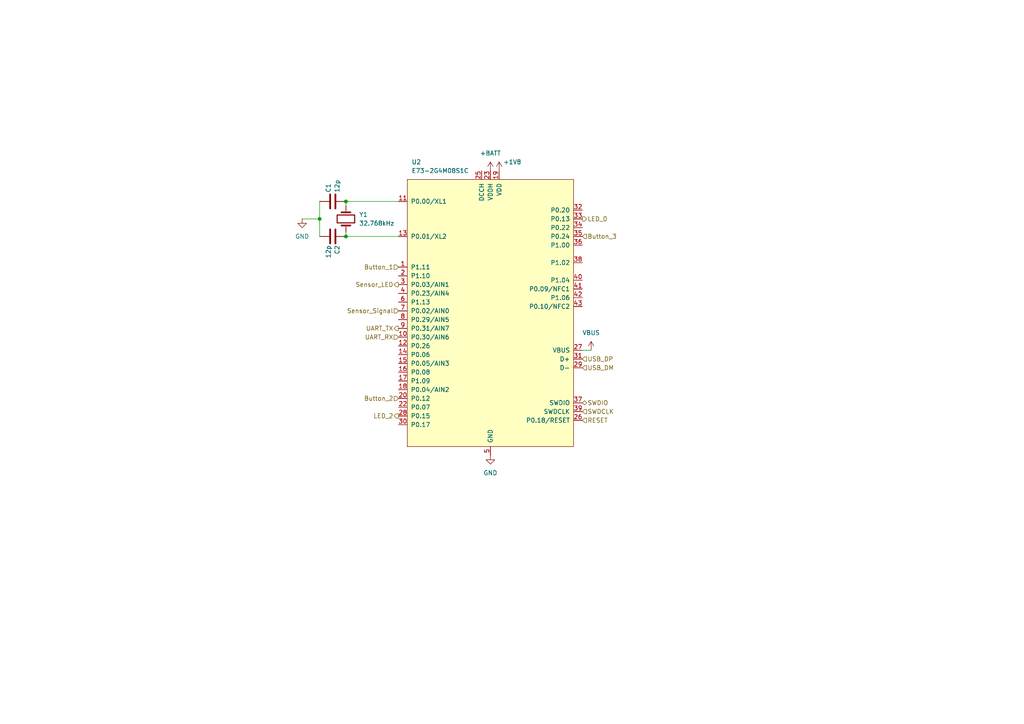
<source format=kicad_sch>
(kicad_sch (version 20211123) (generator eeschema)

  (uuid 49b11d1d-87cd-41ea-9925-741ca34b6b8a)

  (paper "A4")

  (lib_symbols
    (symbol "Device:C" (pin_numbers hide) (pin_names (offset 0.254)) (in_bom yes) (on_board yes)
      (property "Reference" "C" (id 0) (at 0.635 2.54 0)
        (effects (font (size 1.27 1.27)) (justify left))
      )
      (property "Value" "C" (id 1) (at 0.635 -2.54 0)
        (effects (font (size 1.27 1.27)) (justify left))
      )
      (property "Footprint" "" (id 2) (at 0.9652 -3.81 0)
        (effects (font (size 1.27 1.27)) hide)
      )
      (property "Datasheet" "~" (id 3) (at 0 0 0)
        (effects (font (size 1.27 1.27)) hide)
      )
      (property "ki_keywords" "cap capacitor" (id 4) (at 0 0 0)
        (effects (font (size 1.27 1.27)) hide)
      )
      (property "ki_description" "Unpolarized capacitor" (id 5) (at 0 0 0)
        (effects (font (size 1.27 1.27)) hide)
      )
      (property "ki_fp_filters" "C_*" (id 6) (at 0 0 0)
        (effects (font (size 1.27 1.27)) hide)
      )
      (symbol "C_0_1"
        (polyline
          (pts
            (xy -2.032 -0.762)
            (xy 2.032 -0.762)
          )
          (stroke (width 0.508) (type default) (color 0 0 0 0))
          (fill (type none))
        )
        (polyline
          (pts
            (xy -2.032 0.762)
            (xy 2.032 0.762)
          )
          (stroke (width 0.508) (type default) (color 0 0 0 0))
          (fill (type none))
        )
      )
      (symbol "C_1_1"
        (pin passive line (at 0 3.81 270) (length 2.794)
          (name "~" (effects (font (size 1.27 1.27))))
          (number "1" (effects (font (size 1.27 1.27))))
        )
        (pin passive line (at 0 -3.81 90) (length 2.794)
          (name "~" (effects (font (size 1.27 1.27))))
          (number "2" (effects (font (size 1.27 1.27))))
        )
      )
    )
    (symbol "Device:Crystal" (pin_numbers hide) (pin_names (offset 1.016) hide) (in_bom yes) (on_board yes)
      (property "Reference" "Y" (id 0) (at 0 3.81 0)
        (effects (font (size 1.27 1.27)))
      )
      (property "Value" "Crystal" (id 1) (at 0 -3.81 0)
        (effects (font (size 1.27 1.27)))
      )
      (property "Footprint" "" (id 2) (at 0 0 0)
        (effects (font (size 1.27 1.27)) hide)
      )
      (property "Datasheet" "~" (id 3) (at 0 0 0)
        (effects (font (size 1.27 1.27)) hide)
      )
      (property "ki_keywords" "quartz ceramic resonator oscillator" (id 4) (at 0 0 0)
        (effects (font (size 1.27 1.27)) hide)
      )
      (property "ki_description" "Two pin crystal" (id 5) (at 0 0 0)
        (effects (font (size 1.27 1.27)) hide)
      )
      (property "ki_fp_filters" "Crystal*" (id 6) (at 0 0 0)
        (effects (font (size 1.27 1.27)) hide)
      )
      (symbol "Crystal_0_1"
        (rectangle (start -1.143 2.54) (end 1.143 -2.54)
          (stroke (width 0.3048) (type default) (color 0 0 0 0))
          (fill (type none))
        )
        (polyline
          (pts
            (xy -2.54 0)
            (xy -1.905 0)
          )
          (stroke (width 0) (type default) (color 0 0 0 0))
          (fill (type none))
        )
        (polyline
          (pts
            (xy -1.905 -1.27)
            (xy -1.905 1.27)
          )
          (stroke (width 0.508) (type default) (color 0 0 0 0))
          (fill (type none))
        )
        (polyline
          (pts
            (xy 1.905 -1.27)
            (xy 1.905 1.27)
          )
          (stroke (width 0.508) (type default) (color 0 0 0 0))
          (fill (type none))
        )
        (polyline
          (pts
            (xy 2.54 0)
            (xy 1.905 0)
          )
          (stroke (width 0) (type default) (color 0 0 0 0))
          (fill (type none))
        )
      )
      (symbol "Crystal_1_1"
        (pin passive line (at -3.81 0 0) (length 1.27)
          (name "1" (effects (font (size 1.27 1.27))))
          (number "1" (effects (font (size 1.27 1.27))))
        )
        (pin passive line (at 3.81 0 180) (length 1.27)
          (name "2" (effects (font (size 1.27 1.27))))
          (number "2" (effects (font (size 1.27 1.27))))
        )
      )
    )
    (symbol "e73-2g4m08s1c:E73-2G4M08S1C" (pin_names (offset 1.016)) (in_bom yes) (on_board yes)
      (property "Reference" "U" (id 0) (at 0 43.18 0)
        (effects (font (size 1.27 1.27)))
      )
      (property "Value" "E73-2G4M08S1C" (id 1) (at 0 46.99 0)
        (effects (font (size 1.27 1.27)))
      )
      (property "Footprint" "RF_Module:E73-2G4M08S1C" (id 2) (at 0 0 0)
        (effects (font (size 1.27 1.27)) hide)
      )
      (property "Datasheet" "" (id 3) (at 0 0 0)
        (effects (font (size 1.27 1.27)) hide)
      )
      (symbol "E73-2G4M08S1C_0_1"
        (polyline
          (pts
            (xy -24.13 20.32)
            (xy -24.13 -57.15)
            (xy 24.13 -57.15)
            (xy 24.13 20.32)
            (xy -24.13 20.32)
          )
          (stroke (width 0) (type default) (color 0 0 0 0))
          (fill (type background))
        )
      )
      (symbol "E73-2G4M08S1C_1_1"
        (pin input line (at -26.67 -5.08 0) (length 2.54)
          (name "P1.11" (effects (font (size 1.27 1.27))))
          (number "1" (effects (font (size 1.27 1.27))))
        )
        (pin input line (at -26.67 -25.4 0) (length 2.54)
          (name "P0.30/AIN6" (effects (font (size 1.27 1.27))))
          (number "10" (effects (font (size 1.27 1.27))))
        )
        (pin input line (at -26.67 13.97 0) (length 2.54)
          (name "P0.00/XL1" (effects (font (size 1.27 1.27))))
          (number "11" (effects (font (size 1.27 1.27))))
        )
        (pin input line (at -26.67 -27.94 0) (length 2.54)
          (name "P0.26" (effects (font (size 1.27 1.27))))
          (number "12" (effects (font (size 1.27 1.27))))
        )
        (pin input line (at -26.67 3.81 0) (length 2.54)
          (name "P0.01/XL2" (effects (font (size 1.27 1.27))))
          (number "13" (effects (font (size 1.27 1.27))))
        )
        (pin input line (at -26.67 -30.48 0) (length 2.54)
          (name "P0.06" (effects (font (size 1.27 1.27))))
          (number "14" (effects (font (size 1.27 1.27))))
        )
        (pin input line (at -26.67 -33.02 0) (length 2.54)
          (name "P0.05/AIN3" (effects (font (size 1.27 1.27))))
          (number "15" (effects (font (size 1.27 1.27))))
        )
        (pin input line (at -26.67 -35.56 0) (length 2.54)
          (name "P0.08" (effects (font (size 1.27 1.27))))
          (number "16" (effects (font (size 1.27 1.27))))
        )
        (pin input line (at -26.67 -38.1 0) (length 2.54)
          (name "P1.09" (effects (font (size 1.27 1.27))))
          (number "17" (effects (font (size 1.27 1.27))))
        )
        (pin input line (at -26.67 -40.64 0) (length 2.54)
          (name "P0.04/AIN2" (effects (font (size 1.27 1.27))))
          (number "18" (effects (font (size 1.27 1.27))))
        )
        (pin input line (at 2.54 22.86 270) (length 2.54)
          (name "VDD" (effects (font (size 1.27 1.27))))
          (number "19" (effects (font (size 1.27 1.27))))
        )
        (pin input line (at -26.67 -7.62 0) (length 2.54)
          (name "P1.10" (effects (font (size 1.27 1.27))))
          (number "2" (effects (font (size 1.27 1.27))))
        )
        (pin input line (at -26.67 -43.18 0) (length 2.54)
          (name "P0.12" (effects (font (size 1.27 1.27))))
          (number "20" (effects (font (size 1.27 1.27))))
        )
        (pin input line (at 0 -59.69 90) (length 2.54) hide
          (name "GND" (effects (font (size 1.27 1.27))))
          (number "21" (effects (font (size 1.27 1.27))))
        )
        (pin input line (at -26.67 -45.72 0) (length 2.54)
          (name "P0.07" (effects (font (size 1.27 1.27))))
          (number "22" (effects (font (size 1.27 1.27))))
        )
        (pin input line (at 0 22.86 270) (length 2.54)
          (name "VDDH" (effects (font (size 1.27 1.27))))
          (number "23" (effects (font (size 1.27 1.27))))
        )
        (pin input line (at 0 -59.69 90) (length 2.54) hide
          (name "GND" (effects (font (size 1.27 1.27))))
          (number "24" (effects (font (size 1.27 1.27))))
        )
        (pin input line (at -2.54 22.86 270) (length 2.54)
          (name "DCCH" (effects (font (size 1.27 1.27))))
          (number "25" (effects (font (size 1.27 1.27))))
        )
        (pin input line (at 26.67 -49.53 180) (length 2.54)
          (name "P0.18/RESET" (effects (font (size 1.27 1.27))))
          (number "26" (effects (font (size 1.27 1.27))))
        )
        (pin input line (at 26.67 -29.21 180) (length 2.54)
          (name "VBUS" (effects (font (size 1.27 1.27))))
          (number "27" (effects (font (size 1.27 1.27))))
        )
        (pin input line (at -26.67 -48.26 0) (length 2.54)
          (name "P0.15" (effects (font (size 1.27 1.27))))
          (number "28" (effects (font (size 1.27 1.27))))
        )
        (pin input line (at 26.67 -34.29 180) (length 2.54)
          (name "D-" (effects (font (size 1.27 1.27))))
          (number "29" (effects (font (size 1.27 1.27))))
        )
        (pin input line (at -26.67 -10.16 0) (length 2.54)
          (name "P0.03/AIN1" (effects (font (size 1.27 1.27))))
          (number "3" (effects (font (size 1.27 1.27))))
        )
        (pin input line (at -26.67 -50.8 0) (length 2.54)
          (name "P0.17" (effects (font (size 1.27 1.27))))
          (number "30" (effects (font (size 1.27 1.27))))
        )
        (pin input line (at 26.67 -31.75 180) (length 2.54)
          (name "D+" (effects (font (size 1.27 1.27))))
          (number "31" (effects (font (size 1.27 1.27))))
        )
        (pin input line (at 26.67 11.43 180) (length 2.54)
          (name "P0.20" (effects (font (size 1.27 1.27))))
          (number "32" (effects (font (size 1.27 1.27))))
        )
        (pin input line (at 26.67 8.89 180) (length 2.54)
          (name "P0.13" (effects (font (size 1.27 1.27))))
          (number "33" (effects (font (size 1.27 1.27))))
        )
        (pin input line (at 26.67 6.35 180) (length 2.54)
          (name "P0.22" (effects (font (size 1.27 1.27))))
          (number "34" (effects (font (size 1.27 1.27))))
        )
        (pin input line (at 26.67 3.81 180) (length 2.54)
          (name "P0.24" (effects (font (size 1.27 1.27))))
          (number "35" (effects (font (size 1.27 1.27))))
        )
        (pin input line (at 26.67 1.27 180) (length 2.54)
          (name "P1.00" (effects (font (size 1.27 1.27))))
          (number "36" (effects (font (size 1.27 1.27))))
        )
        (pin input line (at 26.67 -44.45 180) (length 2.54)
          (name "SWDIO" (effects (font (size 1.27 1.27))))
          (number "37" (effects (font (size 1.27 1.27))))
        )
        (pin input line (at 26.67 -3.81 180) (length 2.54)
          (name "P1.02" (effects (font (size 1.27 1.27))))
          (number "38" (effects (font (size 1.27 1.27))))
        )
        (pin input line (at 26.67 -46.99 180) (length 2.54)
          (name "SWDCLK" (effects (font (size 1.27 1.27))))
          (number "39" (effects (font (size 1.27 1.27))))
        )
        (pin input line (at -26.67 -12.7 0) (length 2.54)
          (name "P0.23/AIN4" (effects (font (size 1.27 1.27))))
          (number "4" (effects (font (size 1.27 1.27))))
        )
        (pin input line (at 26.67 -8.89 180) (length 2.54)
          (name "P1.04" (effects (font (size 1.27 1.27))))
          (number "40" (effects (font (size 1.27 1.27))))
        )
        (pin input line (at 26.67 -11.43 180) (length 2.54)
          (name "P0.09/NFC1" (effects (font (size 1.27 1.27))))
          (number "41" (effects (font (size 1.27 1.27))))
        )
        (pin input line (at 26.67 -13.97 180) (length 2.54)
          (name "P1.06" (effects (font (size 1.27 1.27))))
          (number "42" (effects (font (size 1.27 1.27))))
        )
        (pin input line (at 26.67 -16.51 180) (length 2.54)
          (name "P0.10/NFC2" (effects (font (size 1.27 1.27))))
          (number "43" (effects (font (size 1.27 1.27))))
        )
        (pin input line (at 0 -59.69 90) (length 2.54)
          (name "GND" (effects (font (size 1.27 1.27))))
          (number "5" (effects (font (size 1.27 1.27))))
        )
        (pin input line (at -26.67 -15.24 0) (length 2.54)
          (name "P1.13" (effects (font (size 1.27 1.27))))
          (number "6" (effects (font (size 1.27 1.27))))
        )
        (pin input line (at -26.67 -17.78 0) (length 2.54)
          (name "P0.02/AIN0" (effects (font (size 1.27 1.27))))
          (number "7" (effects (font (size 1.27 1.27))))
        )
        (pin input line (at -26.67 -20.32 0) (length 2.54)
          (name "P0.29/AIN5" (effects (font (size 1.27 1.27))))
          (number "8" (effects (font (size 1.27 1.27))))
        )
        (pin input line (at -26.67 -22.86 0) (length 2.54)
          (name "P0.31/AIN7" (effects (font (size 1.27 1.27))))
          (number "9" (effects (font (size 1.27 1.27))))
        )
      )
    )
    (symbol "power:+1V8" (power) (pin_names (offset 0)) (in_bom yes) (on_board yes)
      (property "Reference" "#PWR" (id 0) (at 0 -3.81 0)
        (effects (font (size 1.27 1.27)) hide)
      )
      (property "Value" "+1V8" (id 1) (at 0 3.556 0)
        (effects (font (size 1.27 1.27)))
      )
      (property "Footprint" "" (id 2) (at 0 0 0)
        (effects (font (size 1.27 1.27)) hide)
      )
      (property "Datasheet" "" (id 3) (at 0 0 0)
        (effects (font (size 1.27 1.27)) hide)
      )
      (property "ki_keywords" "power-flag" (id 4) (at 0 0 0)
        (effects (font (size 1.27 1.27)) hide)
      )
      (property "ki_description" "Power symbol creates a global label with name \"+1V8\"" (id 5) (at 0 0 0)
        (effects (font (size 1.27 1.27)) hide)
      )
      (symbol "+1V8_0_1"
        (polyline
          (pts
            (xy -0.762 1.27)
            (xy 0 2.54)
          )
          (stroke (width 0) (type default) (color 0 0 0 0))
          (fill (type none))
        )
        (polyline
          (pts
            (xy 0 0)
            (xy 0 2.54)
          )
          (stroke (width 0) (type default) (color 0 0 0 0))
          (fill (type none))
        )
        (polyline
          (pts
            (xy 0 2.54)
            (xy 0.762 1.27)
          )
          (stroke (width 0) (type default) (color 0 0 0 0))
          (fill (type none))
        )
      )
      (symbol "+1V8_1_1"
        (pin power_in line (at 0 0 90) (length 0) hide
          (name "+1V8" (effects (font (size 1.27 1.27))))
          (number "1" (effects (font (size 1.27 1.27))))
        )
      )
    )
    (symbol "power:+BATT" (power) (pin_names (offset 0)) (in_bom yes) (on_board yes)
      (property "Reference" "#PWR" (id 0) (at 0 -3.81 0)
        (effects (font (size 1.27 1.27)) hide)
      )
      (property "Value" "+BATT" (id 1) (at 0 3.556 0)
        (effects (font (size 1.27 1.27)))
      )
      (property "Footprint" "" (id 2) (at 0 0 0)
        (effects (font (size 1.27 1.27)) hide)
      )
      (property "Datasheet" "" (id 3) (at 0 0 0)
        (effects (font (size 1.27 1.27)) hide)
      )
      (property "ki_keywords" "power-flag battery" (id 4) (at 0 0 0)
        (effects (font (size 1.27 1.27)) hide)
      )
      (property "ki_description" "Power symbol creates a global label with name \"+BATT\"" (id 5) (at 0 0 0)
        (effects (font (size 1.27 1.27)) hide)
      )
      (symbol "+BATT_0_1"
        (polyline
          (pts
            (xy -0.762 1.27)
            (xy 0 2.54)
          )
          (stroke (width 0) (type default) (color 0 0 0 0))
          (fill (type none))
        )
        (polyline
          (pts
            (xy 0 0)
            (xy 0 2.54)
          )
          (stroke (width 0) (type default) (color 0 0 0 0))
          (fill (type none))
        )
        (polyline
          (pts
            (xy 0 2.54)
            (xy 0.762 1.27)
          )
          (stroke (width 0) (type default) (color 0 0 0 0))
          (fill (type none))
        )
      )
      (symbol "+BATT_1_1"
        (pin power_in line (at 0 0 90) (length 0) hide
          (name "+BATT" (effects (font (size 1.27 1.27))))
          (number "1" (effects (font (size 1.27 1.27))))
        )
      )
    )
    (symbol "power:GND" (power) (pin_names (offset 0)) (in_bom yes) (on_board yes)
      (property "Reference" "#PWR" (id 0) (at 0 -6.35 0)
        (effects (font (size 1.27 1.27)) hide)
      )
      (property "Value" "GND" (id 1) (at 0 -3.81 0)
        (effects (font (size 1.27 1.27)))
      )
      (property "Footprint" "" (id 2) (at 0 0 0)
        (effects (font (size 1.27 1.27)) hide)
      )
      (property "Datasheet" "" (id 3) (at 0 0 0)
        (effects (font (size 1.27 1.27)) hide)
      )
      (property "ki_keywords" "power-flag" (id 4) (at 0 0 0)
        (effects (font (size 1.27 1.27)) hide)
      )
      (property "ki_description" "Power symbol creates a global label with name \"GND\" , ground" (id 5) (at 0 0 0)
        (effects (font (size 1.27 1.27)) hide)
      )
      (symbol "GND_0_1"
        (polyline
          (pts
            (xy 0 0)
            (xy 0 -1.27)
            (xy 1.27 -1.27)
            (xy 0 -2.54)
            (xy -1.27 -1.27)
            (xy 0 -1.27)
          )
          (stroke (width 0) (type default) (color 0 0 0 0))
          (fill (type none))
        )
      )
      (symbol "GND_1_1"
        (pin power_in line (at 0 0 270) (length 0) hide
          (name "GND" (effects (font (size 1.27 1.27))))
          (number "1" (effects (font (size 1.27 1.27))))
        )
      )
    )
    (symbol "power:VBUS" (power) (pin_names (offset 0)) (in_bom yes) (on_board yes)
      (property "Reference" "#PWR" (id 0) (at 0 -3.81 0)
        (effects (font (size 1.27 1.27)) hide)
      )
      (property "Value" "VBUS" (id 1) (at 0 3.81 0)
        (effects (font (size 1.27 1.27)))
      )
      (property "Footprint" "" (id 2) (at 0 0 0)
        (effects (font (size 1.27 1.27)) hide)
      )
      (property "Datasheet" "" (id 3) (at 0 0 0)
        (effects (font (size 1.27 1.27)) hide)
      )
      (property "ki_keywords" "power-flag" (id 4) (at 0 0 0)
        (effects (font (size 1.27 1.27)) hide)
      )
      (property "ki_description" "Power symbol creates a global label with name \"VBUS\"" (id 5) (at 0 0 0)
        (effects (font (size 1.27 1.27)) hide)
      )
      (symbol "VBUS_0_1"
        (polyline
          (pts
            (xy -0.762 1.27)
            (xy 0 2.54)
          )
          (stroke (width 0) (type default) (color 0 0 0 0))
          (fill (type none))
        )
        (polyline
          (pts
            (xy 0 0)
            (xy 0 2.54)
          )
          (stroke (width 0) (type default) (color 0 0 0 0))
          (fill (type none))
        )
        (polyline
          (pts
            (xy 0 2.54)
            (xy 0.762 1.27)
          )
          (stroke (width 0) (type default) (color 0 0 0 0))
          (fill (type none))
        )
      )
      (symbol "VBUS_1_1"
        (pin power_in line (at 0 0 90) (length 0) hide
          (name "VBUS" (effects (font (size 1.27 1.27))))
          (number "1" (effects (font (size 1.27 1.27))))
        )
      )
    )
  )

  (junction (at 100.33 68.58) (diameter 0.9144) (color 0 0 0 0)
    (uuid 0e583843-515d-4fc9-b8da-d6572e78e5d1)
  )
  (junction (at 100.33 58.42) (diameter 0.9144) (color 0 0 0 0)
    (uuid a8082d3e-f07b-4d5d-b57e-f1834d18d85e)
  )
  (junction (at 92.71 63.5) (diameter 0.9144) (color 0 0 0 0)
    (uuid e741a520-70ff-4a16-a92d-501e5bc13b8b)
  )

  (wire (pts (xy 168.91 101.6) (xy 171.45 101.6))
    (stroke (width 0) (type default) (color 0 0 0 0))
    (uuid 42dd8122-2326-494a-84ba-9d4709f54604)
  )
  (wire (pts (xy 92.71 58.42) (xy 92.71 63.5))
    (stroke (width 0) (type solid) (color 0 0 0 0))
    (uuid 5a0a4ad3-0fd6-4208-ad1a-60ec38c45a5f)
  )
  (wire (pts (xy 92.71 63.5) (xy 87.63 63.5))
    (stroke (width 0) (type solid) (color 0 0 0 0))
    (uuid 5a0a4ad3-0fd6-4208-ad1a-60ec38c45a60)
  )
  (wire (pts (xy 100.33 68.58) (xy 100.33 67.31))
    (stroke (width 0) (type solid) (color 0 0 0 0))
    (uuid c518ce2b-a70c-494a-88ac-d639d4510f0e)
  )
  (wire (pts (xy 115.57 68.58) (xy 100.33 68.58))
    (stroke (width 0) (type solid) (color 0 0 0 0))
    (uuid c518ce2b-a70c-494a-88ac-d639d4510f0f)
  )
  (wire (pts (xy 100.33 58.42) (xy 115.57 58.42))
    (stroke (width 0) (type solid) (color 0 0 0 0))
    (uuid e5cda9f4-78a7-4229-a47a-7cda938bdd27)
  )
  (wire (pts (xy 100.33 59.69) (xy 100.33 58.42))
    (stroke (width 0) (type solid) (color 0 0 0 0))
    (uuid e5cda9f4-78a7-4229-a47a-7cda938bdd28)
  )
  (wire (pts (xy 92.71 63.5) (xy 92.71 68.58))
    (stroke (width 0) (type solid) (color 0 0 0 0))
    (uuid f4e849cb-26b4-4dcd-89c7-5793825f749b)
  )

  (hierarchical_label "SWDIO" (shape bidirectional) (at 168.91 116.84 0)
    (effects (font (size 1.27 1.27)) (justify left))
    (uuid 0a8a2855-057f-4066-80ba-27bf63af78fb)
  )
  (hierarchical_label "UART_TX" (shape output) (at 115.57 95.25 180)
    (effects (font (size 1.27 1.27)) (justify right))
    (uuid 0ab16702-6dc6-46ff-92f0-557ccf0e46cb)
  )
  (hierarchical_label "Button_2" (shape input) (at 115.57 115.57 180)
    (effects (font (size 1.27 1.27)) (justify right))
    (uuid 160c0e84-f59f-41a0-82a8-d33e776f0143)
  )
  (hierarchical_label "USB_DP" (shape input) (at 168.91 104.14 0)
    (effects (font (size 1.27 1.27)) (justify left))
    (uuid 227c7ca6-e8c6-4712-bc7f-51d7a76d025b)
  )
  (hierarchical_label "Sensor_Signal" (shape input) (at 115.57 90.17 180)
    (effects (font (size 1.27 1.27)) (justify right))
    (uuid 24e5441c-b3a8-4200-a755-c75129bd8911)
  )
  (hierarchical_label "Button_3" (shape input) (at 168.91 68.58 0)
    (effects (font (size 1.27 1.27)) (justify left))
    (uuid 3d426f70-eabf-4913-b2ea-2e4f667dc5e5)
  )
  (hierarchical_label "RESET" (shape input) (at 168.91 121.92 0)
    (effects (font (size 1.27 1.27)) (justify left))
    (uuid 7f8614aa-d588-4f6f-9f22-39c773362513)
  )
  (hierarchical_label "USB_DM" (shape input) (at 168.91 106.68 0)
    (effects (font (size 1.27 1.27)) (justify left))
    (uuid 7fe1ddc5-a0cb-453a-93be-683d465a4d8d)
  )
  (hierarchical_label "SWDCLK" (shape input) (at 168.91 119.38 0)
    (effects (font (size 1.27 1.27)) (justify left))
    (uuid 82ed0088-5b6e-4ec0-bbdb-e1da483fe18c)
  )
  (hierarchical_label "Sensor_LED" (shape output) (at 115.57 82.55 180)
    (effects (font (size 1.27 1.27)) (justify right))
    (uuid a81389b6-b078-4511-9335-26f00a194991)
  )
  (hierarchical_label "LED_2" (shape output) (at 115.57 120.65 180)
    (effects (font (size 1.27 1.27)) (justify right))
    (uuid bce6bb80-b6ad-4c83-99c8-34fdca3b145a)
  )
  (hierarchical_label "Button_1" (shape input) (at 115.57 77.47 180)
    (effects (font (size 1.27 1.27)) (justify right))
    (uuid e602861d-45d9-4797-a182-c7ba194a1c97)
  )
  (hierarchical_label "LED_0" (shape output) (at 168.91 63.5 0)
    (effects (font (size 1.27 1.27)) (justify left))
    (uuid f1222497-1a10-4fbb-b0ea-aaf245e00b62)
  )
  (hierarchical_label "UART_RX" (shape input) (at 115.57 97.79 180)
    (effects (font (size 1.27 1.27)) (justify right))
    (uuid fb6476d3-9175-47ff-bb8b-52b29026b6dd)
  )

  (symbol (lib_id "Device:Crystal") (at 100.33 63.5 270) (unit 1)
    (in_bom yes) (on_board yes) (fields_autoplaced)
    (uuid 001c9e2c-79c4-4b18-9888-cfbf4d4eb68b)
    (property "Reference" "Y1" (id 0) (at 104.14 62.2299 90)
      (effects (font (size 1.27 1.27)) (justify left))
    )
    (property "Value" "32.768kHz" (id 1) (at 104.14 64.7699 90)
      (effects (font (size 1.27 1.27)) (justify left))
    )
    (property "Footprint" "Crystal:Crystal_SMD_3215-2Pin_3.2x1.5mm" (id 2) (at 100.33 63.5 0)
      (effects (font (size 1.27 1.27)) hide)
    )
    (property "Datasheet" "~" (id 3) (at 100.33 63.5 0)
      (effects (font (size 1.27 1.27)) hide)
    )
    (pin "1" (uuid 424b910c-02dd-4b43-a33f-b67ae92bc0ff))
    (pin "2" (uuid 171f37a2-21a6-4196-acf0-cf1ff2b387a2))
  )

  (symbol (lib_id "e73-2g4m08s1c:E73-2G4M08S1C") (at 142.24 72.39 0) (unit 1)
    (in_bom yes) (on_board yes)
    (uuid 03dec2ef-7a23-48bb-bdf2-9ec84f9d832f)
    (property "Reference" "U2" (id 0) (at 119.38 46.99 0)
      (effects (font (size 1.27 1.27)) (justify left))
    )
    (property "Value" "E73-2G4M08S1C" (id 1) (at 119.38 49.53 0)
      (effects (font (size 1.27 1.27)) (justify left))
    )
    (property "Footprint" "E73-2G4M08S1C:E73-2G4M08S1C" (id 2) (at 142.24 72.39 0)
      (effects (font (size 1.27 1.27)) hide)
    )
    (property "Datasheet" "" (id 3) (at 142.24 72.39 0)
      (effects (font (size 1.27 1.27)) hide)
    )
    (pin "1" (uuid 34d5575c-11e1-4543-8440-5b60dbca46e9))
    (pin "10" (uuid 905b7909-f72a-4ecd-abd3-71cb26636510))
    (pin "11" (uuid d7f02270-4b5f-41ac-8e3a-7b228deec98c))
    (pin "12" (uuid df8f4b7d-1632-4053-b107-96a8607f2975))
    (pin "13" (uuid 09ca7f70-18c4-424e-bebc-20d1d532f6a8))
    (pin "14" (uuid e66d970c-2a8a-4ff3-96e1-897ee6b5079a))
    (pin "15" (uuid 16b5c3f7-f621-47a6-9335-e19176611456))
    (pin "16" (uuid 29337a50-f002-4846-a54c-247cb052b60a))
    (pin "17" (uuid 75e87877-793c-4969-8ff7-918796deb55d))
    (pin "18" (uuid a905e830-7846-4666-a68b-3b03efddccd6))
    (pin "19" (uuid 98b3b4b0-eb00-4ac3-9af8-07d95ef3129f))
    (pin "2" (uuid b9716bcb-cb30-4b96-bf92-86335912673a))
    (pin "20" (uuid ac656fa3-8f9f-4590-a010-25995bbd96db))
    (pin "21" (uuid 4933c622-44e4-450e-a454-261087855734))
    (pin "22" (uuid 423c314f-4f18-412b-be64-3f94be503ac8))
    (pin "23" (uuid 939153ca-272e-4cb6-ba3a-2d973e146dc5))
    (pin "24" (uuid 8f55baf7-bf16-436a-8f64-5095ff7930ab))
    (pin "25" (uuid 98efe907-38ed-4897-8c6f-2572d2b4131d))
    (pin "26" (uuid b3fffbc5-b179-438d-a3d1-d18c6292ba64))
    (pin "27" (uuid 990ef5a4-e166-4307-b2be-9a037f732494))
    (pin "28" (uuid 9fe875c0-de84-48e9-a134-ccacadc3e5e7))
    (pin "29" (uuid 2df698bd-30c6-44a4-b742-3a52f3ad5e59))
    (pin "3" (uuid 52ae1d0a-02c5-41ea-bd12-7b002468a310))
    (pin "30" (uuid ddbfa4be-3f85-4adb-9bfc-9ce47b71e097))
    (pin "31" (uuid 14cd5897-25f0-466d-baa6-2ec1eb421d38))
    (pin "32" (uuid 71827de1-b146-4899-8fb5-05ee09beb8bf))
    (pin "33" (uuid e8fd05d6-2c9b-43f4-9913-b10949324c5c))
    (pin "34" (uuid 31197899-0b78-4e05-ac9b-fa308206e8dc))
    (pin "35" (uuid 8fd8b20d-affd-4bfd-8d62-33bd9e80ac46))
    (pin "36" (uuid 10716ad2-bd60-4297-bb4c-8677a65655fa))
    (pin "37" (uuid f9e519e0-31ef-4603-95a0-c705de987c17))
    (pin "38" (uuid 4d54dcd1-df76-4310-abc8-8aea92b36362))
    (pin "39" (uuid dfffaed5-3dfb-4d7c-abf8-aefb3776f359))
    (pin "4" (uuid de109e66-dcc0-473d-ac7d-4d86a745b556))
    (pin "40" (uuid 38effc9b-baaf-4bee-9db6-e6f68173ea6c))
    (pin "41" (uuid 605ce86c-53f3-4cd3-9565-498d39bc5da8))
    (pin "42" (uuid 06f2a0bd-6a48-487b-83c8-55a78bf49fb2))
    (pin "43" (uuid 8bcf6823-053e-46f5-8609-4cba4bb187f8))
    (pin "5" (uuid 9fa4273b-3ea3-43ee-a764-27c3c556e53b))
    (pin "6" (uuid a281c58e-8390-4c18-9c5a-d00bfe7c6ca2))
    (pin "7" (uuid 31152f20-6051-4f12-afd2-b174a0288c4f))
    (pin "8" (uuid e859bf1e-b1f3-4a9f-80c9-8932f6f73f27))
    (pin "9" (uuid 0e009cf0-5243-48eb-a068-4193f9d8fc74))
  )

  (symbol (lib_id "power:GND") (at 87.63 63.5 0) (unit 1)
    (in_bom yes) (on_board yes) (fields_autoplaced)
    (uuid 368b3536-5aa0-48d7-bccc-b8885f22d15e)
    (property "Reference" "#PWR0107" (id 0) (at 87.63 69.85 0)
      (effects (font (size 1.27 1.27)) hide)
    )
    (property "Value" "GND" (id 1) (at 87.63 68.58 0))
    (property "Footprint" "" (id 2) (at 87.63 63.5 0)
      (effects (font (size 1.27 1.27)) hide)
    )
    (property "Datasheet" "" (id 3) (at 87.63 63.5 0)
      (effects (font (size 1.27 1.27)) hide)
    )
    (pin "1" (uuid 72a91f4e-e66b-4572-95e3-34a838a292b7))
  )

  (symbol (lib_id "Device:C") (at 96.52 68.58 270) (unit 1)
    (in_bom yes) (on_board yes)
    (uuid 43f2df63-ab02-4b6a-b90c-2434c103a35a)
    (property "Reference" "C2" (id 0) (at 97.7901 71.12 0)
      (effects (font (size 1.27 1.27)) (justify left))
    )
    (property "Value" "12p" (id 1) (at 95.2501 71.12 0)
      (effects (font (size 1.27 1.27)) (justify left))
    )
    (property "Footprint" "Capacitor_SMD:C_0603_1608Metric" (id 2) (at 92.71 69.5452 0)
      (effects (font (size 1.27 1.27)) hide)
    )
    (property "Datasheet" "~" (id 3) (at 96.52 68.58 0)
      (effects (font (size 1.27 1.27)) hide)
    )
    (pin "1" (uuid a706b35a-1c96-4305-b651-91f98d6ff0ee))
    (pin "2" (uuid 6d5527b7-3d94-4143-8473-4a41619c6df6))
  )

  (symbol (lib_id "power:+1V8") (at 144.78 49.53 0) (unit 1)
    (in_bom yes) (on_board yes)
    (uuid 682550f1-72f5-40de-b8f9-39e27e6bee00)
    (property "Reference" "#PWR0115" (id 0) (at 144.78 53.34 0)
      (effects (font (size 1.27 1.27)) hide)
    )
    (property "Value" "+1V8" (id 1) (at 148.59 46.99 0))
    (property "Footprint" "" (id 2) (at 144.78 49.53 0)
      (effects (font (size 1.27 1.27)) hide)
    )
    (property "Datasheet" "" (id 3) (at 144.78 49.53 0)
      (effects (font (size 1.27 1.27)) hide)
    )
    (pin "1" (uuid 2230e8ed-3964-44f5-8df9-ba7034858b02))
  )

  (symbol (lib_id "power:GND") (at 142.24 132.08 0) (unit 1)
    (in_bom yes) (on_board yes) (fields_autoplaced)
    (uuid 7a7ce14c-bc89-4279-8a5e-3c51415c9017)
    (property "Reference" "#PWR0114" (id 0) (at 142.24 138.43 0)
      (effects (font (size 1.27 1.27)) hide)
    )
    (property "Value" "GND" (id 1) (at 142.24 137.16 0))
    (property "Footprint" "" (id 2) (at 142.24 132.08 0)
      (effects (font (size 1.27 1.27)) hide)
    )
    (property "Datasheet" "" (id 3) (at 142.24 132.08 0)
      (effects (font (size 1.27 1.27)) hide)
    )
    (pin "1" (uuid dc0be2ea-2ead-4011-874d-d435afd4442a))
  )

  (symbol (lib_id "Device:C") (at 96.52 58.42 90) (unit 1)
    (in_bom yes) (on_board yes)
    (uuid b2249114-dadd-4c6b-9db1-ad24fd75ab04)
    (property "Reference" "C1" (id 0) (at 95.2499 55.88 0)
      (effects (font (size 1.27 1.27)) (justify left))
    )
    (property "Value" "12p" (id 1) (at 97.7899 55.88 0)
      (effects (font (size 1.27 1.27)) (justify left))
    )
    (property "Footprint" "Capacitor_SMD:C_0603_1608Metric" (id 2) (at 100.33 57.4548 0)
      (effects (font (size 1.27 1.27)) hide)
    )
    (property "Datasheet" "~" (id 3) (at 96.52 58.42 0)
      (effects (font (size 1.27 1.27)) hide)
    )
    (pin "1" (uuid cb992c5d-c862-4f18-bd9b-f4763fa72259))
    (pin "2" (uuid b67e83c4-06bb-4cf0-8a7a-802443075095))
  )

  (symbol (lib_id "power:+BATT") (at 142.24 49.53 0) (unit 1)
    (in_bom yes) (on_board yes) (fields_autoplaced)
    (uuid ea69457e-1d7f-4c01-8676-5b0d88c1ffbd)
    (property "Reference" "#PWR0113" (id 0) (at 142.24 53.34 0)
      (effects (font (size 1.27 1.27)) hide)
    )
    (property "Value" "+BATT" (id 1) (at 142.24 44.45 0))
    (property "Footprint" "" (id 2) (at 142.24 49.53 0)
      (effects (font (size 1.27 1.27)) hide)
    )
    (property "Datasheet" "" (id 3) (at 142.24 49.53 0)
      (effects (font (size 1.27 1.27)) hide)
    )
    (pin "1" (uuid 1e875b1b-8aa6-4f56-be48-4a0d5b5a3702))
  )

  (symbol (lib_id "power:VBUS") (at 171.45 101.6 0) (unit 1)
    (in_bom yes) (on_board yes) (fields_autoplaced)
    (uuid ffd16c0c-7ee4-4bde-9ea6-8075ebb21df2)
    (property "Reference" "#PWR0130" (id 0) (at 171.45 105.41 0)
      (effects (font (size 1.27 1.27)) hide)
    )
    (property "Value" "VBUS" (id 1) (at 171.45 96.52 0))
    (property "Footprint" "" (id 2) (at 171.45 101.6 0)
      (effects (font (size 1.27 1.27)) hide)
    )
    (property "Datasheet" "" (id 3) (at 171.45 101.6 0)
      (effects (font (size 1.27 1.27)) hide)
    )
    (pin "1" (uuid 3d7bd38c-6f4e-45b8-a7b1-ed7e01271d05))
  )
)

</source>
